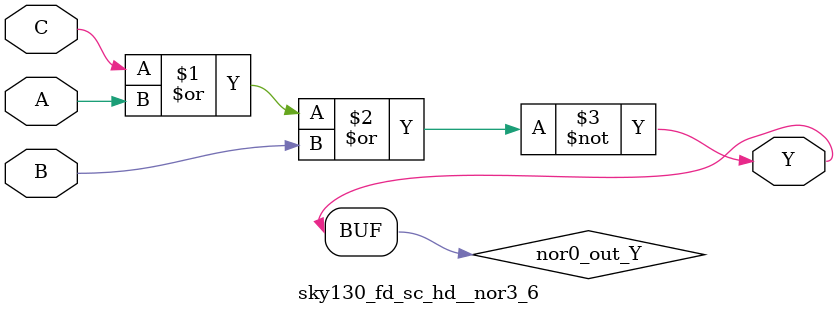
<source format=v>
module sky130_fd_sc_hd__nor3_6 (
    Y,
    A,
    B,
    C
);
    output Y;
    input  A;
    input  B;
    input  C;
    wire nor0_out_Y;
    nor nor0 (nor0_out_Y, C, A, B        );
    buf buf0 (Y         , nor0_out_Y     );
endmodule
</source>
